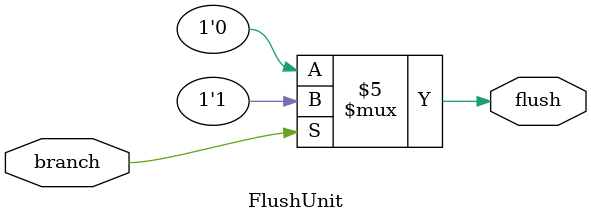
<source format=v>
module FlushUnit(
    input branch,
    output reg flush
);
  
  initial
    begin
      flush = 1'b0;
    end
  
  always @(*)
    begin
      if (branch == 1'b1)
        flush = 1'b1;
      else
        flush = 1'b0;
    end
  
endmodule

</source>
